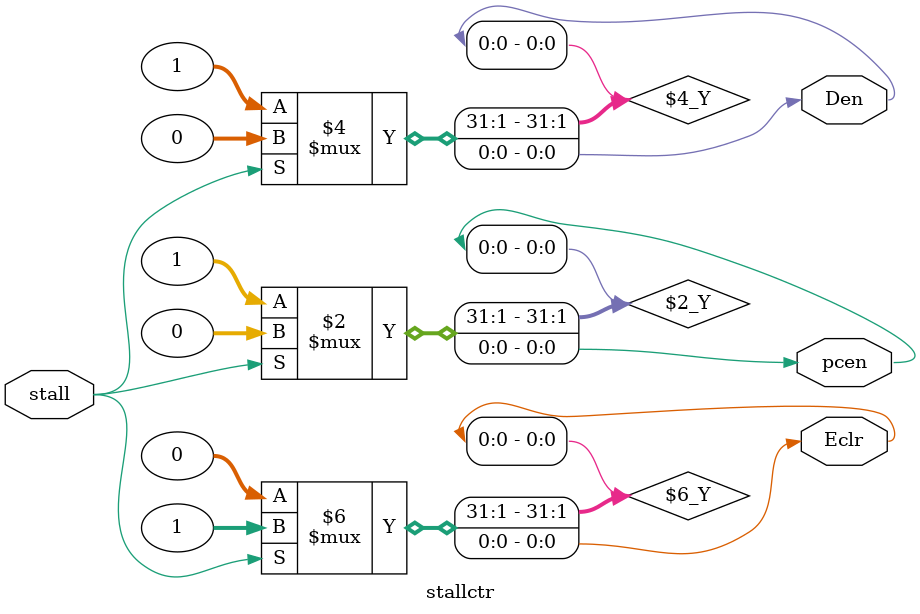
<source format=v>
`timescale 1ns / 1ps
module stallctr(
    input stall,
    output pcen,
    output Den,
    output Eclr
    );
	 assign pcen = (stall==1)?0:1;
	 assign Den = (stall==1)?0:1;
	 assign Eclr = (stall==1)?1:0;


endmodule

</source>
